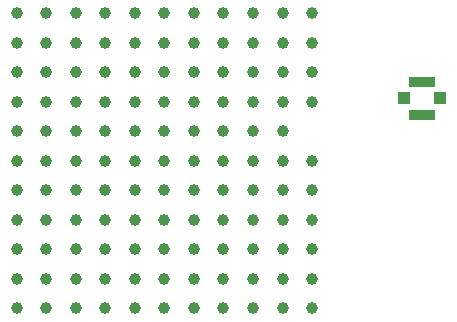
<source format=gtp>
G75*
G70*
%OFA0B0*%
%FSLAX24Y24*%
%IPPOS*%
%LPD*%
%AMOC8*
5,1,8,0,0,1.08239X$1,22.5*
%
%ADD10C,0.0394*%
%ADD11R,0.0866X0.0335*%
%ADD12R,0.0413X0.0394*%
D10*
X006528Y006528D03*
X006528Y007512D03*
X007512Y007512D03*
X007512Y006528D03*
X008497Y006528D03*
X009481Y006528D03*
X009481Y007512D03*
X008497Y007512D03*
X008497Y008497D03*
X009481Y008497D03*
X009481Y009481D03*
X009481Y010465D03*
X009481Y011449D03*
X008497Y011449D03*
X008497Y010465D03*
X008497Y009481D03*
X007512Y009481D03*
X006528Y009481D03*
X006528Y010465D03*
X006528Y011449D03*
X007512Y011449D03*
X007512Y010465D03*
X007512Y012434D03*
X006528Y012434D03*
X006528Y013418D03*
X006528Y014402D03*
X006528Y015386D03*
X007512Y015386D03*
X007512Y014402D03*
X007512Y013418D03*
X008497Y013418D03*
X009481Y013418D03*
X009481Y014402D03*
X009481Y015386D03*
X008497Y015386D03*
X008497Y014402D03*
X008497Y016371D03*
X009481Y016371D03*
X010465Y016371D03*
X011449Y016371D03*
X012434Y016371D03*
X012434Y015386D03*
X012434Y014402D03*
X012434Y013418D03*
X011449Y013418D03*
X010465Y013418D03*
X010465Y014402D03*
X010465Y015386D03*
X011449Y015386D03*
X011449Y014402D03*
X011449Y012434D03*
X010465Y012434D03*
X010465Y011449D03*
X010465Y010465D03*
X010465Y009481D03*
X011449Y009481D03*
X011449Y010465D03*
X011449Y011449D03*
X012434Y011449D03*
X012434Y010465D03*
X012434Y009481D03*
X013418Y009481D03*
X013418Y010465D03*
X014402Y010465D03*
X014402Y009481D03*
X015386Y009481D03*
X015386Y010465D03*
X015386Y011449D03*
X015386Y012434D03*
X016371Y011449D03*
X016371Y010465D03*
X016371Y009481D03*
X016371Y008497D03*
X015386Y008497D03*
X015386Y007512D03*
X015386Y006528D03*
X016371Y006528D03*
X016371Y007512D03*
X014402Y007512D03*
X014402Y006528D03*
X013418Y006528D03*
X013418Y007512D03*
X013418Y008497D03*
X014402Y008497D03*
X012434Y008497D03*
X012434Y007512D03*
X012434Y006528D03*
X011449Y006528D03*
X010465Y006528D03*
X010465Y007512D03*
X011449Y007512D03*
X011449Y008497D03*
X010465Y008497D03*
X013418Y011449D03*
X014402Y011449D03*
X014402Y012434D03*
X013418Y012434D03*
X013418Y013418D03*
X013418Y014402D03*
X014402Y014402D03*
X014402Y013418D03*
X015386Y013418D03*
X015386Y014402D03*
X015386Y015386D03*
X015386Y016371D03*
X016371Y016371D03*
X016371Y015386D03*
X016371Y014402D03*
X016371Y013418D03*
X014402Y015386D03*
X013418Y015386D03*
X013418Y016371D03*
X014402Y016371D03*
X012434Y012434D03*
X009481Y012434D03*
X008497Y012434D03*
X007512Y016371D03*
X006528Y016371D03*
X006528Y008497D03*
X007512Y008497D03*
D11*
X020028Y012987D03*
X020028Y014069D03*
D12*
X019428Y013528D03*
X020628Y013528D03*
M02*

</source>
